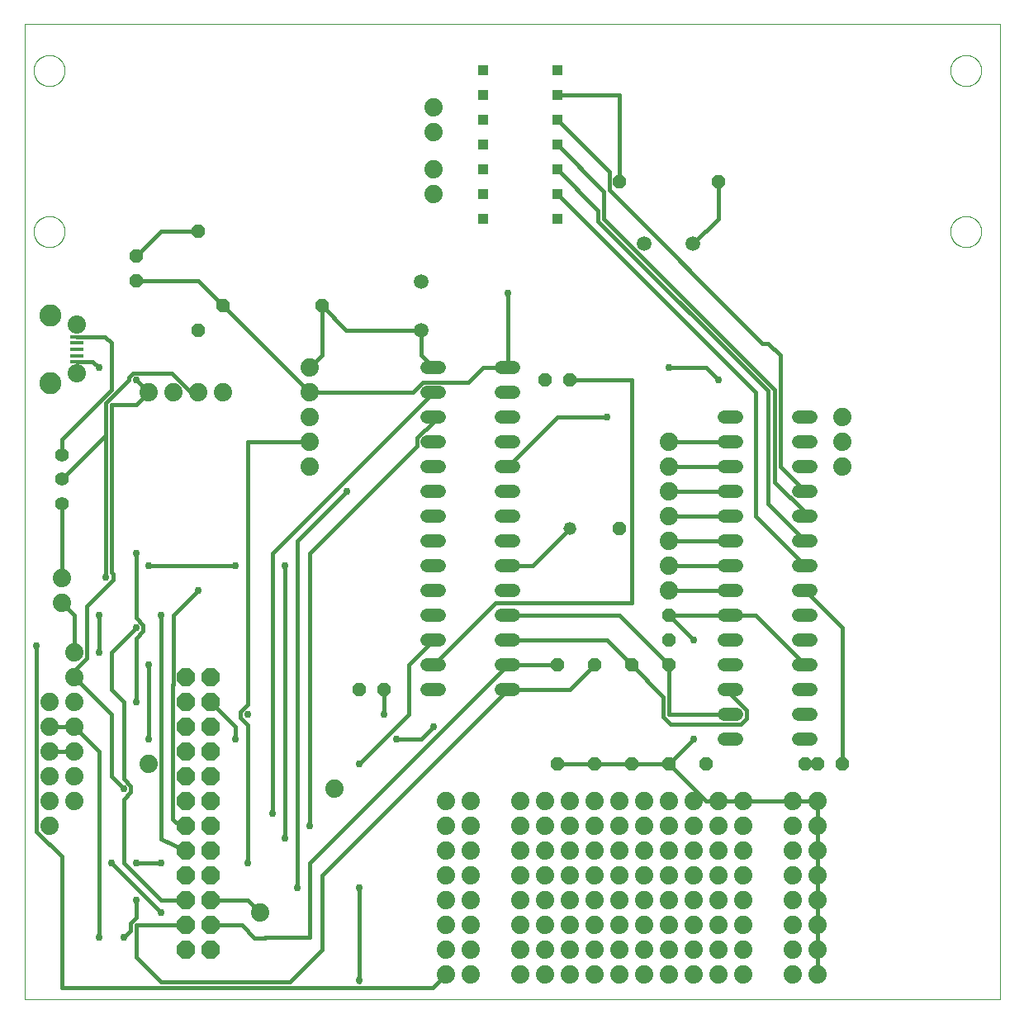
<source format=gtl>
G04 EAGLE Gerber RS-274X export*
G75*
%MOMM*%
%FSLAX34Y34*%
%LPD*%
%INTop Copper*%
%IPPOS*%
%AMOC8*
5,1,8,0,0,1.08239X$1,22.5*%
G01*
%ADD10C,0.000000*%
%ADD11C,1.320800*%
%ADD12R,1.350000X0.400000*%
%ADD13C,1.875000*%
%ADD14C,2.250000*%
%ADD15C,1.879600*%
%ADD16C,1.408000*%
%ADD17P,1.429621X8X112.500000*%
%ADD18C,1.508000*%
%ADD19P,1.429621X8X202.500000*%
%ADD20C,1.320800*%
%ADD21P,1.429621X8X22.500000*%
%ADD22P,1.429621X8X292.500000*%
%ADD23R,1.108000X1.108000*%
%ADD24P,2.034460X8X112.500000*%
%ADD25C,0.406400*%
%ADD26C,0.756400*%


D10*
X0Y0D02*
X1000000Y0D01*
X1000000Y1000000D01*
X0Y1000000D01*
X0Y0D01*
X9525Y952500D02*
X9530Y952890D01*
X9544Y953279D01*
X9568Y953668D01*
X9601Y954056D01*
X9644Y954443D01*
X9697Y954829D01*
X9759Y955214D01*
X9830Y955597D01*
X9911Y955978D01*
X10001Y956357D01*
X10100Y956734D01*
X10209Y957108D01*
X10326Y957480D01*
X10453Y957848D01*
X10589Y958213D01*
X10733Y958575D01*
X10887Y958933D01*
X11049Y959287D01*
X11220Y959638D01*
X11399Y959983D01*
X11587Y960325D01*
X11784Y960661D01*
X11988Y960993D01*
X12200Y961320D01*
X12421Y961641D01*
X12649Y961957D01*
X12885Y962267D01*
X13128Y962571D01*
X13379Y962869D01*
X13637Y963161D01*
X13903Y963446D01*
X14175Y963725D01*
X14454Y963997D01*
X14739Y964263D01*
X15031Y964521D01*
X15329Y964772D01*
X15633Y965015D01*
X15943Y965251D01*
X16259Y965479D01*
X16580Y965700D01*
X16907Y965912D01*
X17239Y966116D01*
X17575Y966313D01*
X17917Y966501D01*
X18262Y966680D01*
X18613Y966851D01*
X18967Y967013D01*
X19325Y967167D01*
X19687Y967311D01*
X20052Y967447D01*
X20420Y967574D01*
X20792Y967691D01*
X21166Y967800D01*
X21543Y967899D01*
X21922Y967989D01*
X22303Y968070D01*
X22686Y968141D01*
X23071Y968203D01*
X23457Y968256D01*
X23844Y968299D01*
X24232Y968332D01*
X24621Y968356D01*
X25010Y968370D01*
X25400Y968375D01*
X25790Y968370D01*
X26179Y968356D01*
X26568Y968332D01*
X26956Y968299D01*
X27343Y968256D01*
X27729Y968203D01*
X28114Y968141D01*
X28497Y968070D01*
X28878Y967989D01*
X29257Y967899D01*
X29634Y967800D01*
X30008Y967691D01*
X30380Y967574D01*
X30748Y967447D01*
X31113Y967311D01*
X31475Y967167D01*
X31833Y967013D01*
X32187Y966851D01*
X32538Y966680D01*
X32883Y966501D01*
X33225Y966313D01*
X33561Y966116D01*
X33893Y965912D01*
X34220Y965700D01*
X34541Y965479D01*
X34857Y965251D01*
X35167Y965015D01*
X35471Y964772D01*
X35769Y964521D01*
X36061Y964263D01*
X36346Y963997D01*
X36625Y963725D01*
X36897Y963446D01*
X37163Y963161D01*
X37421Y962869D01*
X37672Y962571D01*
X37915Y962267D01*
X38151Y961957D01*
X38379Y961641D01*
X38600Y961320D01*
X38812Y960993D01*
X39016Y960661D01*
X39213Y960325D01*
X39401Y959983D01*
X39580Y959638D01*
X39751Y959287D01*
X39913Y958933D01*
X40067Y958575D01*
X40211Y958213D01*
X40347Y957848D01*
X40474Y957480D01*
X40591Y957108D01*
X40700Y956734D01*
X40799Y956357D01*
X40889Y955978D01*
X40970Y955597D01*
X41041Y955214D01*
X41103Y954829D01*
X41156Y954443D01*
X41199Y954056D01*
X41232Y953668D01*
X41256Y953279D01*
X41270Y952890D01*
X41275Y952500D01*
X41270Y952110D01*
X41256Y951721D01*
X41232Y951332D01*
X41199Y950944D01*
X41156Y950557D01*
X41103Y950171D01*
X41041Y949786D01*
X40970Y949403D01*
X40889Y949022D01*
X40799Y948643D01*
X40700Y948266D01*
X40591Y947892D01*
X40474Y947520D01*
X40347Y947152D01*
X40211Y946787D01*
X40067Y946425D01*
X39913Y946067D01*
X39751Y945713D01*
X39580Y945362D01*
X39401Y945017D01*
X39213Y944675D01*
X39016Y944339D01*
X38812Y944007D01*
X38600Y943680D01*
X38379Y943359D01*
X38151Y943043D01*
X37915Y942733D01*
X37672Y942429D01*
X37421Y942131D01*
X37163Y941839D01*
X36897Y941554D01*
X36625Y941275D01*
X36346Y941003D01*
X36061Y940737D01*
X35769Y940479D01*
X35471Y940228D01*
X35167Y939985D01*
X34857Y939749D01*
X34541Y939521D01*
X34220Y939300D01*
X33893Y939088D01*
X33561Y938884D01*
X33225Y938687D01*
X32883Y938499D01*
X32538Y938320D01*
X32187Y938149D01*
X31833Y937987D01*
X31475Y937833D01*
X31113Y937689D01*
X30748Y937553D01*
X30380Y937426D01*
X30008Y937309D01*
X29634Y937200D01*
X29257Y937101D01*
X28878Y937011D01*
X28497Y936930D01*
X28114Y936859D01*
X27729Y936797D01*
X27343Y936744D01*
X26956Y936701D01*
X26568Y936668D01*
X26179Y936644D01*
X25790Y936630D01*
X25400Y936625D01*
X25010Y936630D01*
X24621Y936644D01*
X24232Y936668D01*
X23844Y936701D01*
X23457Y936744D01*
X23071Y936797D01*
X22686Y936859D01*
X22303Y936930D01*
X21922Y937011D01*
X21543Y937101D01*
X21166Y937200D01*
X20792Y937309D01*
X20420Y937426D01*
X20052Y937553D01*
X19687Y937689D01*
X19325Y937833D01*
X18967Y937987D01*
X18613Y938149D01*
X18262Y938320D01*
X17917Y938499D01*
X17575Y938687D01*
X17239Y938884D01*
X16907Y939088D01*
X16580Y939300D01*
X16259Y939521D01*
X15943Y939749D01*
X15633Y939985D01*
X15329Y940228D01*
X15031Y940479D01*
X14739Y940737D01*
X14454Y941003D01*
X14175Y941275D01*
X13903Y941554D01*
X13637Y941839D01*
X13379Y942131D01*
X13128Y942429D01*
X12885Y942733D01*
X12649Y943043D01*
X12421Y943359D01*
X12200Y943680D01*
X11988Y944007D01*
X11784Y944339D01*
X11587Y944675D01*
X11399Y945017D01*
X11220Y945362D01*
X11049Y945713D01*
X10887Y946067D01*
X10733Y946425D01*
X10589Y946787D01*
X10453Y947152D01*
X10326Y947520D01*
X10209Y947892D01*
X10100Y948266D01*
X10001Y948643D01*
X9911Y949022D01*
X9830Y949403D01*
X9759Y949786D01*
X9697Y950171D01*
X9644Y950557D01*
X9601Y950944D01*
X9568Y951332D01*
X9544Y951721D01*
X9530Y952110D01*
X9525Y952500D01*
X9525Y787400D02*
X9530Y787790D01*
X9544Y788179D01*
X9568Y788568D01*
X9601Y788956D01*
X9644Y789343D01*
X9697Y789729D01*
X9759Y790114D01*
X9830Y790497D01*
X9911Y790878D01*
X10001Y791257D01*
X10100Y791634D01*
X10209Y792008D01*
X10326Y792380D01*
X10453Y792748D01*
X10589Y793113D01*
X10733Y793475D01*
X10887Y793833D01*
X11049Y794187D01*
X11220Y794538D01*
X11399Y794883D01*
X11587Y795225D01*
X11784Y795561D01*
X11988Y795893D01*
X12200Y796220D01*
X12421Y796541D01*
X12649Y796857D01*
X12885Y797167D01*
X13128Y797471D01*
X13379Y797769D01*
X13637Y798061D01*
X13903Y798346D01*
X14175Y798625D01*
X14454Y798897D01*
X14739Y799163D01*
X15031Y799421D01*
X15329Y799672D01*
X15633Y799915D01*
X15943Y800151D01*
X16259Y800379D01*
X16580Y800600D01*
X16907Y800812D01*
X17239Y801016D01*
X17575Y801213D01*
X17917Y801401D01*
X18262Y801580D01*
X18613Y801751D01*
X18967Y801913D01*
X19325Y802067D01*
X19687Y802211D01*
X20052Y802347D01*
X20420Y802474D01*
X20792Y802591D01*
X21166Y802700D01*
X21543Y802799D01*
X21922Y802889D01*
X22303Y802970D01*
X22686Y803041D01*
X23071Y803103D01*
X23457Y803156D01*
X23844Y803199D01*
X24232Y803232D01*
X24621Y803256D01*
X25010Y803270D01*
X25400Y803275D01*
X25790Y803270D01*
X26179Y803256D01*
X26568Y803232D01*
X26956Y803199D01*
X27343Y803156D01*
X27729Y803103D01*
X28114Y803041D01*
X28497Y802970D01*
X28878Y802889D01*
X29257Y802799D01*
X29634Y802700D01*
X30008Y802591D01*
X30380Y802474D01*
X30748Y802347D01*
X31113Y802211D01*
X31475Y802067D01*
X31833Y801913D01*
X32187Y801751D01*
X32538Y801580D01*
X32883Y801401D01*
X33225Y801213D01*
X33561Y801016D01*
X33893Y800812D01*
X34220Y800600D01*
X34541Y800379D01*
X34857Y800151D01*
X35167Y799915D01*
X35471Y799672D01*
X35769Y799421D01*
X36061Y799163D01*
X36346Y798897D01*
X36625Y798625D01*
X36897Y798346D01*
X37163Y798061D01*
X37421Y797769D01*
X37672Y797471D01*
X37915Y797167D01*
X38151Y796857D01*
X38379Y796541D01*
X38600Y796220D01*
X38812Y795893D01*
X39016Y795561D01*
X39213Y795225D01*
X39401Y794883D01*
X39580Y794538D01*
X39751Y794187D01*
X39913Y793833D01*
X40067Y793475D01*
X40211Y793113D01*
X40347Y792748D01*
X40474Y792380D01*
X40591Y792008D01*
X40700Y791634D01*
X40799Y791257D01*
X40889Y790878D01*
X40970Y790497D01*
X41041Y790114D01*
X41103Y789729D01*
X41156Y789343D01*
X41199Y788956D01*
X41232Y788568D01*
X41256Y788179D01*
X41270Y787790D01*
X41275Y787400D01*
X41270Y787010D01*
X41256Y786621D01*
X41232Y786232D01*
X41199Y785844D01*
X41156Y785457D01*
X41103Y785071D01*
X41041Y784686D01*
X40970Y784303D01*
X40889Y783922D01*
X40799Y783543D01*
X40700Y783166D01*
X40591Y782792D01*
X40474Y782420D01*
X40347Y782052D01*
X40211Y781687D01*
X40067Y781325D01*
X39913Y780967D01*
X39751Y780613D01*
X39580Y780262D01*
X39401Y779917D01*
X39213Y779575D01*
X39016Y779239D01*
X38812Y778907D01*
X38600Y778580D01*
X38379Y778259D01*
X38151Y777943D01*
X37915Y777633D01*
X37672Y777329D01*
X37421Y777031D01*
X37163Y776739D01*
X36897Y776454D01*
X36625Y776175D01*
X36346Y775903D01*
X36061Y775637D01*
X35769Y775379D01*
X35471Y775128D01*
X35167Y774885D01*
X34857Y774649D01*
X34541Y774421D01*
X34220Y774200D01*
X33893Y773988D01*
X33561Y773784D01*
X33225Y773587D01*
X32883Y773399D01*
X32538Y773220D01*
X32187Y773049D01*
X31833Y772887D01*
X31475Y772733D01*
X31113Y772589D01*
X30748Y772453D01*
X30380Y772326D01*
X30008Y772209D01*
X29634Y772100D01*
X29257Y772001D01*
X28878Y771911D01*
X28497Y771830D01*
X28114Y771759D01*
X27729Y771697D01*
X27343Y771644D01*
X26956Y771601D01*
X26568Y771568D01*
X26179Y771544D01*
X25790Y771530D01*
X25400Y771525D01*
X25010Y771530D01*
X24621Y771544D01*
X24232Y771568D01*
X23844Y771601D01*
X23457Y771644D01*
X23071Y771697D01*
X22686Y771759D01*
X22303Y771830D01*
X21922Y771911D01*
X21543Y772001D01*
X21166Y772100D01*
X20792Y772209D01*
X20420Y772326D01*
X20052Y772453D01*
X19687Y772589D01*
X19325Y772733D01*
X18967Y772887D01*
X18613Y773049D01*
X18262Y773220D01*
X17917Y773399D01*
X17575Y773587D01*
X17239Y773784D01*
X16907Y773988D01*
X16580Y774200D01*
X16259Y774421D01*
X15943Y774649D01*
X15633Y774885D01*
X15329Y775128D01*
X15031Y775379D01*
X14739Y775637D01*
X14454Y775903D01*
X14175Y776175D01*
X13903Y776454D01*
X13637Y776739D01*
X13379Y777031D01*
X13128Y777329D01*
X12885Y777633D01*
X12649Y777943D01*
X12421Y778259D01*
X12200Y778580D01*
X11988Y778907D01*
X11784Y779239D01*
X11587Y779575D01*
X11399Y779917D01*
X11220Y780262D01*
X11049Y780613D01*
X10887Y780967D01*
X10733Y781325D01*
X10589Y781687D01*
X10453Y782052D01*
X10326Y782420D01*
X10209Y782792D01*
X10100Y783166D01*
X10001Y783543D01*
X9911Y783922D01*
X9830Y784303D01*
X9759Y784686D01*
X9697Y785071D01*
X9644Y785457D01*
X9601Y785844D01*
X9568Y786232D01*
X9544Y786621D01*
X9530Y787010D01*
X9525Y787400D01*
X949325Y952500D02*
X949330Y952890D01*
X949344Y953279D01*
X949368Y953668D01*
X949401Y954056D01*
X949444Y954443D01*
X949497Y954829D01*
X949559Y955214D01*
X949630Y955597D01*
X949711Y955978D01*
X949801Y956357D01*
X949900Y956734D01*
X950009Y957108D01*
X950126Y957480D01*
X950253Y957848D01*
X950389Y958213D01*
X950533Y958575D01*
X950687Y958933D01*
X950849Y959287D01*
X951020Y959638D01*
X951199Y959983D01*
X951387Y960325D01*
X951584Y960661D01*
X951788Y960993D01*
X952000Y961320D01*
X952221Y961641D01*
X952449Y961957D01*
X952685Y962267D01*
X952928Y962571D01*
X953179Y962869D01*
X953437Y963161D01*
X953703Y963446D01*
X953975Y963725D01*
X954254Y963997D01*
X954539Y964263D01*
X954831Y964521D01*
X955129Y964772D01*
X955433Y965015D01*
X955743Y965251D01*
X956059Y965479D01*
X956380Y965700D01*
X956707Y965912D01*
X957039Y966116D01*
X957375Y966313D01*
X957717Y966501D01*
X958062Y966680D01*
X958413Y966851D01*
X958767Y967013D01*
X959125Y967167D01*
X959487Y967311D01*
X959852Y967447D01*
X960220Y967574D01*
X960592Y967691D01*
X960966Y967800D01*
X961343Y967899D01*
X961722Y967989D01*
X962103Y968070D01*
X962486Y968141D01*
X962871Y968203D01*
X963257Y968256D01*
X963644Y968299D01*
X964032Y968332D01*
X964421Y968356D01*
X964810Y968370D01*
X965200Y968375D01*
X965590Y968370D01*
X965979Y968356D01*
X966368Y968332D01*
X966756Y968299D01*
X967143Y968256D01*
X967529Y968203D01*
X967914Y968141D01*
X968297Y968070D01*
X968678Y967989D01*
X969057Y967899D01*
X969434Y967800D01*
X969808Y967691D01*
X970180Y967574D01*
X970548Y967447D01*
X970913Y967311D01*
X971275Y967167D01*
X971633Y967013D01*
X971987Y966851D01*
X972338Y966680D01*
X972683Y966501D01*
X973025Y966313D01*
X973361Y966116D01*
X973693Y965912D01*
X974020Y965700D01*
X974341Y965479D01*
X974657Y965251D01*
X974967Y965015D01*
X975271Y964772D01*
X975569Y964521D01*
X975861Y964263D01*
X976146Y963997D01*
X976425Y963725D01*
X976697Y963446D01*
X976963Y963161D01*
X977221Y962869D01*
X977472Y962571D01*
X977715Y962267D01*
X977951Y961957D01*
X978179Y961641D01*
X978400Y961320D01*
X978612Y960993D01*
X978816Y960661D01*
X979013Y960325D01*
X979201Y959983D01*
X979380Y959638D01*
X979551Y959287D01*
X979713Y958933D01*
X979867Y958575D01*
X980011Y958213D01*
X980147Y957848D01*
X980274Y957480D01*
X980391Y957108D01*
X980500Y956734D01*
X980599Y956357D01*
X980689Y955978D01*
X980770Y955597D01*
X980841Y955214D01*
X980903Y954829D01*
X980956Y954443D01*
X980999Y954056D01*
X981032Y953668D01*
X981056Y953279D01*
X981070Y952890D01*
X981075Y952500D01*
X981070Y952110D01*
X981056Y951721D01*
X981032Y951332D01*
X980999Y950944D01*
X980956Y950557D01*
X980903Y950171D01*
X980841Y949786D01*
X980770Y949403D01*
X980689Y949022D01*
X980599Y948643D01*
X980500Y948266D01*
X980391Y947892D01*
X980274Y947520D01*
X980147Y947152D01*
X980011Y946787D01*
X979867Y946425D01*
X979713Y946067D01*
X979551Y945713D01*
X979380Y945362D01*
X979201Y945017D01*
X979013Y944675D01*
X978816Y944339D01*
X978612Y944007D01*
X978400Y943680D01*
X978179Y943359D01*
X977951Y943043D01*
X977715Y942733D01*
X977472Y942429D01*
X977221Y942131D01*
X976963Y941839D01*
X976697Y941554D01*
X976425Y941275D01*
X976146Y941003D01*
X975861Y940737D01*
X975569Y940479D01*
X975271Y940228D01*
X974967Y939985D01*
X974657Y939749D01*
X974341Y939521D01*
X974020Y939300D01*
X973693Y939088D01*
X973361Y938884D01*
X973025Y938687D01*
X972683Y938499D01*
X972338Y938320D01*
X971987Y938149D01*
X971633Y937987D01*
X971275Y937833D01*
X970913Y937689D01*
X970548Y937553D01*
X970180Y937426D01*
X969808Y937309D01*
X969434Y937200D01*
X969057Y937101D01*
X968678Y937011D01*
X968297Y936930D01*
X967914Y936859D01*
X967529Y936797D01*
X967143Y936744D01*
X966756Y936701D01*
X966368Y936668D01*
X965979Y936644D01*
X965590Y936630D01*
X965200Y936625D01*
X964810Y936630D01*
X964421Y936644D01*
X964032Y936668D01*
X963644Y936701D01*
X963257Y936744D01*
X962871Y936797D01*
X962486Y936859D01*
X962103Y936930D01*
X961722Y937011D01*
X961343Y937101D01*
X960966Y937200D01*
X960592Y937309D01*
X960220Y937426D01*
X959852Y937553D01*
X959487Y937689D01*
X959125Y937833D01*
X958767Y937987D01*
X958413Y938149D01*
X958062Y938320D01*
X957717Y938499D01*
X957375Y938687D01*
X957039Y938884D01*
X956707Y939088D01*
X956380Y939300D01*
X956059Y939521D01*
X955743Y939749D01*
X955433Y939985D01*
X955129Y940228D01*
X954831Y940479D01*
X954539Y940737D01*
X954254Y941003D01*
X953975Y941275D01*
X953703Y941554D01*
X953437Y941839D01*
X953179Y942131D01*
X952928Y942429D01*
X952685Y942733D01*
X952449Y943043D01*
X952221Y943359D01*
X952000Y943680D01*
X951788Y944007D01*
X951584Y944339D01*
X951387Y944675D01*
X951199Y945017D01*
X951020Y945362D01*
X950849Y945713D01*
X950687Y946067D01*
X950533Y946425D01*
X950389Y946787D01*
X950253Y947152D01*
X950126Y947520D01*
X950009Y947892D01*
X949900Y948266D01*
X949801Y948643D01*
X949711Y949022D01*
X949630Y949403D01*
X949559Y949786D01*
X949497Y950171D01*
X949444Y950557D01*
X949401Y950944D01*
X949368Y951332D01*
X949344Y951721D01*
X949330Y952110D01*
X949325Y952500D01*
X949325Y787400D02*
X949330Y787790D01*
X949344Y788179D01*
X949368Y788568D01*
X949401Y788956D01*
X949444Y789343D01*
X949497Y789729D01*
X949559Y790114D01*
X949630Y790497D01*
X949711Y790878D01*
X949801Y791257D01*
X949900Y791634D01*
X950009Y792008D01*
X950126Y792380D01*
X950253Y792748D01*
X950389Y793113D01*
X950533Y793475D01*
X950687Y793833D01*
X950849Y794187D01*
X951020Y794538D01*
X951199Y794883D01*
X951387Y795225D01*
X951584Y795561D01*
X951788Y795893D01*
X952000Y796220D01*
X952221Y796541D01*
X952449Y796857D01*
X952685Y797167D01*
X952928Y797471D01*
X953179Y797769D01*
X953437Y798061D01*
X953703Y798346D01*
X953975Y798625D01*
X954254Y798897D01*
X954539Y799163D01*
X954831Y799421D01*
X955129Y799672D01*
X955433Y799915D01*
X955743Y800151D01*
X956059Y800379D01*
X956380Y800600D01*
X956707Y800812D01*
X957039Y801016D01*
X957375Y801213D01*
X957717Y801401D01*
X958062Y801580D01*
X958413Y801751D01*
X958767Y801913D01*
X959125Y802067D01*
X959487Y802211D01*
X959852Y802347D01*
X960220Y802474D01*
X960592Y802591D01*
X960966Y802700D01*
X961343Y802799D01*
X961722Y802889D01*
X962103Y802970D01*
X962486Y803041D01*
X962871Y803103D01*
X963257Y803156D01*
X963644Y803199D01*
X964032Y803232D01*
X964421Y803256D01*
X964810Y803270D01*
X965200Y803275D01*
X965590Y803270D01*
X965979Y803256D01*
X966368Y803232D01*
X966756Y803199D01*
X967143Y803156D01*
X967529Y803103D01*
X967914Y803041D01*
X968297Y802970D01*
X968678Y802889D01*
X969057Y802799D01*
X969434Y802700D01*
X969808Y802591D01*
X970180Y802474D01*
X970548Y802347D01*
X970913Y802211D01*
X971275Y802067D01*
X971633Y801913D01*
X971987Y801751D01*
X972338Y801580D01*
X972683Y801401D01*
X973025Y801213D01*
X973361Y801016D01*
X973693Y800812D01*
X974020Y800600D01*
X974341Y800379D01*
X974657Y800151D01*
X974967Y799915D01*
X975271Y799672D01*
X975569Y799421D01*
X975861Y799163D01*
X976146Y798897D01*
X976425Y798625D01*
X976697Y798346D01*
X976963Y798061D01*
X977221Y797769D01*
X977472Y797471D01*
X977715Y797167D01*
X977951Y796857D01*
X978179Y796541D01*
X978400Y796220D01*
X978612Y795893D01*
X978816Y795561D01*
X979013Y795225D01*
X979201Y794883D01*
X979380Y794538D01*
X979551Y794187D01*
X979713Y793833D01*
X979867Y793475D01*
X980011Y793113D01*
X980147Y792748D01*
X980274Y792380D01*
X980391Y792008D01*
X980500Y791634D01*
X980599Y791257D01*
X980689Y790878D01*
X980770Y790497D01*
X980841Y790114D01*
X980903Y789729D01*
X980956Y789343D01*
X980999Y788956D01*
X981032Y788568D01*
X981056Y788179D01*
X981070Y787790D01*
X981075Y787400D01*
X981070Y787010D01*
X981056Y786621D01*
X981032Y786232D01*
X980999Y785844D01*
X980956Y785457D01*
X980903Y785071D01*
X980841Y784686D01*
X980770Y784303D01*
X980689Y783922D01*
X980599Y783543D01*
X980500Y783166D01*
X980391Y782792D01*
X980274Y782420D01*
X980147Y782052D01*
X980011Y781687D01*
X979867Y781325D01*
X979713Y780967D01*
X979551Y780613D01*
X979380Y780262D01*
X979201Y779917D01*
X979013Y779575D01*
X978816Y779239D01*
X978612Y778907D01*
X978400Y778580D01*
X978179Y778259D01*
X977951Y777943D01*
X977715Y777633D01*
X977472Y777329D01*
X977221Y777031D01*
X976963Y776739D01*
X976697Y776454D01*
X976425Y776175D01*
X976146Y775903D01*
X975861Y775637D01*
X975569Y775379D01*
X975271Y775128D01*
X974967Y774885D01*
X974657Y774649D01*
X974341Y774421D01*
X974020Y774200D01*
X973693Y773988D01*
X973361Y773784D01*
X973025Y773587D01*
X972683Y773399D01*
X972338Y773220D01*
X971987Y773049D01*
X971633Y772887D01*
X971275Y772733D01*
X970913Y772589D01*
X970548Y772453D01*
X970180Y772326D01*
X969808Y772209D01*
X969434Y772100D01*
X969057Y772001D01*
X968678Y771911D01*
X968297Y771830D01*
X967914Y771759D01*
X967529Y771697D01*
X967143Y771644D01*
X966756Y771601D01*
X966368Y771568D01*
X965979Y771544D01*
X965590Y771530D01*
X965200Y771525D01*
X964810Y771530D01*
X964421Y771544D01*
X964032Y771568D01*
X963644Y771601D01*
X963257Y771644D01*
X962871Y771697D01*
X962486Y771759D01*
X962103Y771830D01*
X961722Y771911D01*
X961343Y772001D01*
X960966Y772100D01*
X960592Y772209D01*
X960220Y772326D01*
X959852Y772453D01*
X959487Y772589D01*
X959125Y772733D01*
X958767Y772887D01*
X958413Y773049D01*
X958062Y773220D01*
X957717Y773399D01*
X957375Y773587D01*
X957039Y773784D01*
X956707Y773988D01*
X956380Y774200D01*
X956059Y774421D01*
X955743Y774649D01*
X955433Y774885D01*
X955129Y775128D01*
X954831Y775379D01*
X954539Y775637D01*
X954254Y775903D01*
X953975Y776175D01*
X953703Y776454D01*
X953437Y776739D01*
X953179Y777031D01*
X952928Y777329D01*
X952685Y777633D01*
X952449Y777943D01*
X952221Y778259D01*
X952000Y778580D01*
X951788Y778907D01*
X951584Y779239D01*
X951387Y779575D01*
X951199Y779917D01*
X951020Y780262D01*
X950849Y780613D01*
X950687Y780967D01*
X950533Y781325D01*
X950389Y781687D01*
X950253Y782052D01*
X950126Y782420D01*
X950009Y782792D01*
X949900Y783166D01*
X949801Y783543D01*
X949711Y783922D01*
X949630Y784303D01*
X949559Y784686D01*
X949497Y785071D01*
X949444Y785457D01*
X949401Y785844D01*
X949368Y786232D01*
X949344Y786621D01*
X949330Y787010D01*
X949325Y787400D01*
D11*
X425704Y647700D02*
X412496Y647700D01*
X412496Y622300D02*
X425704Y622300D01*
X425704Y596900D02*
X412496Y596900D01*
X412496Y571500D02*
X425704Y571500D01*
X425704Y546100D02*
X412496Y546100D01*
X412496Y520700D02*
X425704Y520700D01*
X425704Y495300D02*
X412496Y495300D01*
X412496Y469900D02*
X425704Y469900D01*
X425704Y444500D02*
X412496Y444500D01*
X412496Y419100D02*
X425704Y419100D01*
X425704Y393700D02*
X412496Y393700D01*
X412496Y368300D02*
X425704Y368300D01*
X425704Y342900D02*
X412496Y342900D01*
X412496Y317500D02*
X425704Y317500D01*
X488696Y317500D02*
X501904Y317500D01*
X501904Y342900D02*
X488696Y342900D01*
X488696Y368300D02*
X501904Y368300D01*
X501904Y393700D02*
X488696Y393700D01*
X488696Y419100D02*
X501904Y419100D01*
X501904Y444500D02*
X488696Y444500D01*
X488696Y469900D02*
X501904Y469900D01*
X501904Y495300D02*
X488696Y495300D01*
X488696Y520700D02*
X501904Y520700D01*
X501904Y546100D02*
X488696Y546100D01*
X488696Y571500D02*
X501904Y571500D01*
X501904Y596900D02*
X488696Y596900D01*
X488696Y622300D02*
X501904Y622300D01*
X501904Y647700D02*
X488696Y647700D01*
D12*
X53670Y666750D03*
X53670Y660250D03*
X53670Y653750D03*
X53670Y673250D03*
X53670Y679750D03*
D13*
X53670Y691750D03*
X53670Y641750D03*
D14*
X26670Y701750D03*
X26670Y631750D03*
D15*
X38100Y406400D03*
X38100Y431800D03*
X127000Y622300D03*
X152400Y622300D03*
X177800Y622300D03*
X203200Y622300D03*
D16*
X38100Y533400D03*
X38100Y508400D03*
X38100Y558400D03*
D17*
X114300Y736600D03*
X114300Y762000D03*
X177800Y685800D03*
X177800Y787400D03*
D15*
X292100Y647700D03*
X292100Y622300D03*
X292100Y596900D03*
X292100Y571500D03*
X292100Y546100D03*
D18*
X406400Y736200D03*
X406400Y686200D03*
D19*
X304800Y711200D03*
X203200Y711200D03*
X558800Y635000D03*
X533400Y635000D03*
X368300Y317500D03*
X342900Y317500D03*
D20*
X558800Y482600D03*
D21*
X609600Y482600D03*
D15*
X25400Y304800D03*
X25400Y279400D03*
X25400Y254000D03*
X25400Y228600D03*
X25400Y203200D03*
X25400Y177800D03*
X50800Y355600D03*
X50800Y330200D03*
X50800Y304800D03*
X50800Y279400D03*
X50800Y254000D03*
X50800Y228600D03*
X50800Y203200D03*
D11*
X717296Y596900D02*
X730504Y596900D01*
X730504Y571500D02*
X717296Y571500D01*
X717296Y546100D02*
X730504Y546100D01*
X730504Y520700D02*
X717296Y520700D01*
X717296Y495300D02*
X730504Y495300D01*
X730504Y469900D02*
X717296Y469900D01*
X717296Y444500D02*
X730504Y444500D01*
X730504Y419100D02*
X717296Y419100D01*
X717296Y393700D02*
X730504Y393700D01*
X730504Y368300D02*
X717296Y368300D01*
X717296Y342900D02*
X730504Y342900D01*
X730504Y317500D02*
X717296Y317500D01*
X717296Y292100D02*
X730504Y292100D01*
X730504Y266700D02*
X717296Y266700D01*
X793496Y266700D02*
X806704Y266700D01*
X806704Y292100D02*
X793496Y292100D01*
X793496Y317500D02*
X806704Y317500D01*
X806704Y342900D02*
X793496Y342900D01*
X793496Y368300D02*
X806704Y368300D01*
X806704Y393700D02*
X793496Y393700D01*
X793496Y419100D02*
X806704Y419100D01*
X806704Y444500D02*
X793496Y444500D01*
X793496Y469900D02*
X806704Y469900D01*
X806704Y495300D02*
X793496Y495300D01*
X793496Y520700D02*
X806704Y520700D01*
X806704Y546100D02*
X793496Y546100D01*
X793496Y571500D02*
X806704Y571500D01*
X806704Y596900D02*
X793496Y596900D01*
D22*
X660400Y393700D03*
X660400Y368300D03*
X622300Y342900D03*
X622300Y241300D03*
X660400Y342900D03*
X660400Y241300D03*
D19*
X838200Y241300D03*
X812800Y241300D03*
D21*
X698500Y241300D03*
X800100Y241300D03*
D19*
X711200Y838200D03*
X609600Y838200D03*
D18*
X635400Y774700D03*
X685400Y774700D03*
D23*
X469900Y952500D03*
X469900Y927100D03*
X469900Y901700D03*
X469900Y876300D03*
X469900Y850900D03*
X469900Y825500D03*
X469900Y800100D03*
X546100Y800100D03*
X546100Y825500D03*
X546100Y850900D03*
X546100Y876300D03*
X546100Y901700D03*
X546100Y927100D03*
X546100Y952500D03*
D15*
X419100Y889000D03*
X419100Y914400D03*
X419100Y825500D03*
X419100Y850900D03*
D24*
X165100Y50800D03*
X190500Y50800D03*
X165100Y76200D03*
X190500Y76200D03*
X165100Y101600D03*
X190500Y101600D03*
X165100Y127000D03*
X190500Y127000D03*
X165100Y152400D03*
X190500Y152400D03*
X165100Y177800D03*
X190500Y177800D03*
X165100Y203200D03*
X190500Y203200D03*
X165100Y228600D03*
X190500Y228600D03*
X165100Y254000D03*
X190500Y254000D03*
X165100Y279400D03*
X190500Y279400D03*
X165100Y304800D03*
X190500Y304800D03*
X165100Y330200D03*
X190500Y330200D03*
D22*
X584200Y342900D03*
X584200Y241300D03*
X546100Y342900D03*
X546100Y241300D03*
D15*
X127000Y241300D03*
X317500Y215900D03*
X241300Y88900D03*
X660400Y571500D03*
X660400Y546100D03*
X660400Y520700D03*
X660400Y495300D03*
X660400Y469900D03*
X660400Y444500D03*
X660400Y419100D03*
X838200Y596900D03*
X838200Y571500D03*
X838200Y546100D03*
X508000Y25400D03*
X508000Y50800D03*
X508000Y76200D03*
X508000Y101600D03*
X508000Y127000D03*
X508000Y152400D03*
X508000Y177800D03*
X508000Y203200D03*
X533400Y25400D03*
X533400Y50800D03*
X533400Y76200D03*
X533400Y101600D03*
X533400Y127000D03*
X533400Y152400D03*
X533400Y177800D03*
X533400Y203200D03*
X558800Y25400D03*
X558800Y50800D03*
X558800Y76200D03*
X558800Y101600D03*
X558800Y127000D03*
X558800Y152400D03*
X558800Y177800D03*
X558800Y203200D03*
X584200Y25400D03*
X584200Y50800D03*
X584200Y76200D03*
X584200Y101600D03*
X584200Y127000D03*
X584200Y152400D03*
X584200Y177800D03*
X584200Y203200D03*
X609600Y25400D03*
X609600Y50800D03*
X609600Y76200D03*
X609600Y101600D03*
X609600Y127000D03*
X609600Y152400D03*
X609600Y177800D03*
X609600Y203200D03*
X635000Y25400D03*
X635000Y50800D03*
X635000Y76200D03*
X635000Y101600D03*
X635000Y127000D03*
X635000Y152400D03*
X635000Y177800D03*
X635000Y203200D03*
X660400Y25400D03*
X660400Y50800D03*
X660400Y76200D03*
X660400Y101600D03*
X660400Y127000D03*
X660400Y152400D03*
X660400Y177800D03*
X660400Y203200D03*
X685800Y25400D03*
X685800Y50800D03*
X685800Y76200D03*
X685800Y101600D03*
X685800Y127000D03*
X685800Y152400D03*
X685800Y177800D03*
X685800Y203200D03*
X711200Y25400D03*
X711200Y50800D03*
X711200Y76200D03*
X711200Y101600D03*
X711200Y127000D03*
X711200Y152400D03*
X711200Y177800D03*
X711200Y203200D03*
X736600Y25400D03*
X736600Y50800D03*
X736600Y76200D03*
X736600Y101600D03*
X736600Y127000D03*
X736600Y152400D03*
X736600Y177800D03*
X736600Y203200D03*
X812800Y25400D03*
X812800Y50800D03*
X812800Y76200D03*
X812800Y101600D03*
X812800Y127000D03*
X812800Y152400D03*
X812800Y177800D03*
X812800Y203200D03*
X457200Y25400D03*
X457200Y50800D03*
X457200Y76200D03*
X457200Y101600D03*
X457200Y127000D03*
X457200Y152400D03*
X457200Y177800D03*
X457200Y203200D03*
X787400Y25400D03*
X787400Y50800D03*
X787400Y76200D03*
X787400Y101600D03*
X787400Y127000D03*
X787400Y152400D03*
X787400Y177800D03*
X787400Y203200D03*
X431800Y25400D03*
X431800Y50800D03*
X431800Y76200D03*
X431800Y101600D03*
X431800Y127000D03*
X431800Y152400D03*
X431800Y177800D03*
X431800Y203200D03*
D25*
X70150Y653750D02*
X53670Y653750D01*
X70150Y653750D02*
X76200Y647700D01*
D26*
X76200Y647700D03*
D25*
X38100Y406400D02*
X50800Y393700D01*
X50800Y355600D01*
X53670Y679750D02*
X82250Y679750D01*
X88900Y673100D01*
X88900Y625405D01*
X38100Y574605D02*
X38100Y558400D01*
X38100Y574605D02*
X88900Y625405D01*
X38100Y508400D02*
X38100Y431800D01*
X38100Y533400D02*
X83312Y578612D01*
X83312Y611915D01*
X106962Y635565D01*
X106962Y638040D02*
X111261Y642338D01*
X106962Y638040D02*
X106962Y635565D01*
X38100Y146780D02*
X38100Y12192D01*
X38100Y146780D02*
X12446Y172434D01*
X111261Y642338D02*
X150682Y642338D01*
X12446Y362426D02*
X12446Y172434D01*
X83312Y433292D02*
X83312Y578612D01*
X170720Y622300D02*
X177800Y622300D01*
X170720Y622300D02*
X150682Y642338D01*
X38100Y12192D02*
X418592Y12192D01*
X431800Y25400D01*
D26*
X83312Y433292D03*
X12446Y362426D03*
D25*
X127000Y622300D02*
X114300Y635000D01*
X114300Y736600D02*
X177800Y736600D01*
X203200Y711200D01*
X292100Y622300D01*
X398128Y622300D01*
X408288Y632460D01*
X454660Y632460D01*
X469900Y647700D02*
X495300Y647700D01*
X469900Y647700D02*
X454660Y632460D01*
X495300Y647700D02*
X495300Y723900D01*
X609600Y838200D02*
X609600Y927100D01*
X546100Y927100D01*
X368300Y317500D02*
X368300Y292100D01*
X546100Y241300D02*
X660400Y241300D01*
X685800Y266700D01*
X685800Y368300D02*
X660400Y393700D01*
X723900Y393700D01*
X749300Y393700D01*
X800100Y342900D01*
D26*
X685800Y368300D03*
X685800Y266700D03*
X228600Y292100D03*
X368300Y292100D03*
X114300Y635000D03*
D25*
X660400Y241300D02*
X698500Y203200D01*
X812800Y203200D01*
X812800Y177800D01*
X812800Y152400D01*
X812800Y127000D01*
X812800Y101600D01*
X812800Y76200D01*
X812800Y50800D01*
X812800Y25400D01*
D26*
X495300Y723900D03*
D25*
X88900Y292100D02*
X50800Y330200D01*
X88900Y292100D02*
X88900Y228600D01*
X101600Y215900D01*
D26*
X101600Y215900D03*
D25*
X114300Y609600D02*
X127000Y622300D01*
X114300Y609600D02*
X88900Y609600D01*
X88900Y438082D02*
X90650Y436332D01*
X90650Y430253D01*
X88900Y438082D02*
X88900Y609600D01*
X50800Y337280D02*
X50800Y330200D01*
X50800Y337280D02*
X63754Y350234D01*
X63754Y403357D01*
X90650Y430253D01*
X114300Y762000D02*
X139700Y787400D01*
X177800Y787400D01*
X406400Y660400D02*
X419100Y647700D01*
X406400Y660400D02*
X406400Y686200D01*
X329800Y686200D01*
X304800Y711200D01*
X304800Y660400D01*
X292100Y647700D01*
X482600Y406400D02*
X419100Y342900D01*
X482600Y406400D02*
X622300Y406400D01*
X622300Y635000D01*
X558800Y635000D01*
X558800Y482600D02*
X520700Y444500D01*
X495300Y444500D01*
X50800Y254000D02*
X25400Y254000D01*
D26*
X215900Y444500D03*
D25*
X127000Y444500D01*
D26*
X127000Y444500D03*
X76200Y393700D03*
D25*
X76200Y355600D01*
D26*
X76200Y355600D03*
D25*
X50800Y279400D02*
X25400Y279400D01*
X495300Y546100D02*
X546100Y596900D01*
X596900Y596900D01*
D26*
X596900Y596900D03*
X660400Y647700D03*
D25*
X698500Y647700D01*
X711200Y635000D01*
D26*
X711200Y635000D03*
X76200Y63500D03*
D25*
X76200Y254000D01*
X50800Y279400D01*
X495300Y368300D02*
X596900Y368300D01*
X622300Y342900D01*
X734712Y281940D02*
X740664Y287892D01*
X740664Y296308D01*
X654812Y289785D02*
X654812Y310388D01*
X654812Y289785D02*
X662657Y281940D01*
X734712Y281940D01*
X740664Y296308D02*
X723900Y313072D01*
X723900Y317500D01*
X654812Y310388D02*
X622300Y342900D01*
X609600Y393700D02*
X495300Y393700D01*
X609600Y393700D02*
X660400Y342900D01*
X660400Y292100D01*
X723900Y292100D01*
X838200Y241300D02*
X838200Y381000D01*
X800100Y419100D01*
X800100Y241300D02*
X812800Y241300D01*
X711200Y800500D02*
X711200Y838200D01*
X711200Y800500D02*
X685400Y774700D01*
X774700Y546100D02*
X800100Y520700D01*
X774700Y546100D02*
X774700Y660400D01*
X599440Y848360D02*
X546100Y901700D01*
X762254Y672846D02*
X774700Y660400D01*
X762254Y672846D02*
X756634Y672846D01*
X599440Y830040D01*
X599440Y848360D01*
X593852Y828548D02*
X546100Y876300D01*
X800100Y499728D02*
X800100Y495300D01*
X593852Y800556D02*
X593852Y828548D01*
X769112Y530716D02*
X800100Y499728D01*
X769112Y530716D02*
X769112Y625296D01*
X593852Y800556D01*
X762000Y508000D02*
X800100Y469900D01*
X762000Y624505D02*
X588264Y798241D01*
X588264Y808736D02*
X546100Y850900D01*
X588264Y808736D02*
X588264Y798241D01*
X762000Y624505D02*
X762000Y508000D01*
X749300Y495300D02*
X800100Y444500D01*
X749300Y495300D02*
X749300Y622300D01*
X546100Y825500D01*
X546100Y342900D02*
X495300Y342900D01*
X292100Y139700D01*
X292100Y63500D01*
X246920Y63500D01*
X246666Y63246D01*
X235934Y63246D01*
X222980Y76200D01*
X190500Y76200D01*
X495300Y317500D02*
X558800Y317500D01*
X584200Y342900D01*
X495300Y317500D02*
X304800Y127000D01*
X304800Y50800D01*
X271780Y17780D01*
X139700Y17780D01*
X114300Y43180D01*
X114300Y76200D01*
X165100Y76200D01*
X254000Y190500D02*
X254000Y457200D01*
D26*
X254000Y190500D03*
D25*
X254000Y457200D02*
X419100Y622300D01*
X402336Y575708D02*
X402336Y567436D01*
X292100Y457200D01*
X419100Y592472D02*
X419100Y596900D01*
X419100Y592472D02*
X402336Y575708D01*
X292100Y457200D02*
X292100Y177800D01*
D26*
X292100Y177800D03*
X342900Y114300D03*
D25*
X342900Y19530D01*
X342900Y17780D01*
D26*
X342900Y19530D03*
X101600Y63500D03*
X139700Y139700D03*
D25*
X114300Y139700D01*
D26*
X114300Y139700D03*
X114300Y101600D03*
D25*
X108712Y70612D02*
X101600Y63500D01*
X108712Y70612D02*
X108712Y78515D01*
X114300Y84103D02*
X114300Y101600D01*
X114300Y84103D02*
X108712Y78515D01*
X159480Y177800D02*
X165100Y177800D01*
X159480Y177800D02*
X152146Y185134D01*
X152146Y322866D01*
X152400Y323120D01*
X152400Y393700D01*
X177800Y419100D01*
D26*
X177800Y419100D03*
X139700Y88900D03*
D25*
X88900Y139700D01*
D26*
X88900Y139700D03*
X279400Y114300D03*
D25*
X279400Y469900D01*
X330200Y520700D01*
D26*
X330200Y520700D03*
X266700Y165100D03*
D25*
X266700Y444500D01*
D26*
X266700Y444500D03*
X228600Y139700D03*
D25*
X221262Y289061D02*
X221262Y295140D01*
X228600Y281723D02*
X228600Y139700D01*
X228600Y302478D02*
X228600Y571500D01*
X221262Y289061D02*
X228600Y281723D01*
X221262Y295140D02*
X228600Y302478D01*
X228600Y571500D02*
X292100Y571500D01*
X139700Y234220D02*
X139954Y233966D01*
X139954Y164846D02*
X165100Y152400D01*
X139954Y164846D02*
X139954Y233966D01*
X139700Y234220D02*
X139700Y393700D01*
D26*
X139700Y393700D03*
D25*
X393700Y342900D02*
X419100Y368300D01*
X393700Y342900D02*
X393700Y292100D01*
X342900Y241300D01*
D26*
X342900Y241300D03*
D25*
X127000Y266700D02*
X127000Y342900D01*
D26*
X127000Y342900D03*
X127000Y266700D03*
X114300Y457200D03*
D25*
X121638Y384040D02*
X121638Y377961D01*
X114300Y391378D02*
X114300Y457200D01*
X114300Y391378D02*
X121638Y384040D01*
X114300Y370623D02*
X114300Y304800D01*
X114300Y370623D02*
X121638Y377961D01*
D26*
X114300Y304800D03*
X419100Y279400D03*
D25*
X406400Y266700D01*
X381000Y266700D01*
D26*
X381000Y266700D03*
X215900Y266700D03*
D25*
X215900Y279400D01*
X190500Y304800D01*
X165100Y101600D02*
X139700Y101600D01*
X101600Y139700D01*
X108938Y212861D02*
X108938Y218940D01*
X101600Y205523D02*
X101600Y139700D01*
X101600Y205523D02*
X108938Y212861D01*
X108938Y218940D02*
X101600Y226278D01*
X101600Y304800D02*
X88900Y317500D01*
X88900Y355600D01*
X114300Y381000D01*
X101600Y304800D02*
X101600Y226278D01*
D26*
X114300Y381000D03*
D25*
X228600Y101600D02*
X241300Y88900D01*
X228600Y101600D02*
X190500Y101600D01*
X660400Y571500D02*
X723900Y571500D01*
X723900Y546100D02*
X660400Y546100D01*
X660400Y520700D02*
X723900Y520700D01*
X723900Y495300D02*
X660400Y495300D01*
X660400Y469900D02*
X723900Y469900D01*
X723900Y444500D02*
X660400Y444500D01*
X660400Y419100D02*
X723900Y419100D01*
M02*

</source>
